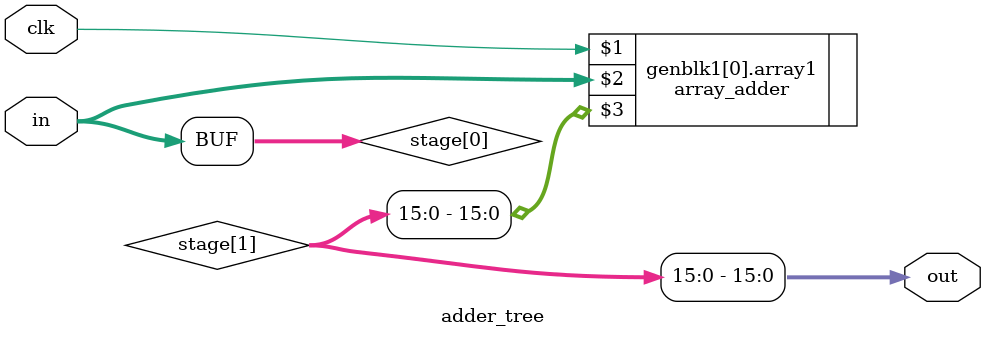
<source format=v>
module adder_tree #(parameter N=2)(clk, in, out);
input [16*N-1:0]in;
input clk;
output [15:0] out;
wire  [16*N-1:0]stage[$clog2(N):0];
genvar i;
 
assign stage[0] = in;
assign out = stage[$clog2(N)][15:0];

	
		generate 
   			for (i = 0; i < $clog2(N); i = i+1) 
			begin
				array_adder #(N/(2**(i))) array1(clk, stage[i][16*N/(i+1)-1:0], stage[i+1][8*N/(i+1)-1:0]);
   			end 	
		endgenerate	


endmodule

</source>
